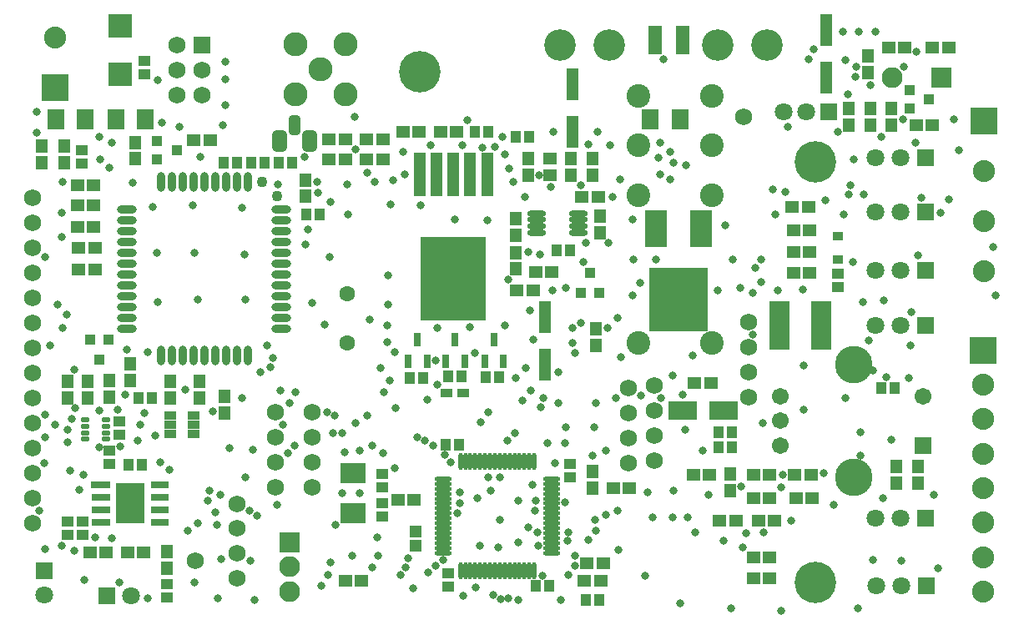
<source format=gts>
G04 Layer_Color=20142*
%FSLAX25Y25*%
%MOIN*%
G70*
G01*
G75*
%ADD87R,0.07000X0.03000*%
%ADD88O,0.03162X0.07887*%
%ADD89O,0.07887X0.03162*%
%ADD90R,0.25997X0.33477*%
%ADD91R,0.04737X0.17335*%
%ADD92O,0.06902X0.01784*%
%ADD93O,0.01784X0.06902*%
%ADD94R,0.03162X0.05524*%
%ADD95R,0.11706X0.16154*%
%ADD96R,0.04580X0.02769*%
%ADD97R,0.05721X0.11430*%
%ADD98R,0.05328X0.04934*%
%ADD99R,0.08280X0.19698*%
%ADD100R,0.06706X0.08280*%
%ADD101R,0.11233X0.07690*%
%ADD102R,0.10249X0.08280*%
%ADD103R,0.04068X0.03280*%
%ADD104O,0.07493X0.02572*%
G04:AMPARAMS|DCode=105|XSize=47.37mil|YSize=78.87mil|CornerRadius=13.84mil|HoleSize=0mil|Usage=FLASHONLY|Rotation=180.000|XOffset=0mil|YOffset=0mil|HoleType=Round|Shape=RoundedRectangle|*
%AMROUNDEDRECTD105*
21,1,0.04737,0.05118,0,0,180.0*
21,1,0.01969,0.07887,0,0,180.0*
1,1,0.02769,-0.00984,0.02559*
1,1,0.02769,0.00984,0.02559*
1,1,0.02769,0.00984,-0.02559*
1,1,0.02769,-0.00984,-0.02559*
%
%ADD105ROUNDEDRECTD105*%
G04:AMPARAMS|DCode=106|XSize=59.18mil|YSize=86.74mil|CornerRadius=16.8mil|HoleSize=0mil|Usage=FLASHONLY|Rotation=180.000|XOffset=0mil|YOffset=0mil|HoleType=Round|Shape=RoundedRectangle|*
%AMROUNDEDRECTD106*
21,1,0.05918,0.05315,0,0,180.0*
21,1,0.02559,0.08674,0,0,180.0*
1,1,0.03359,-0.01280,0.02658*
1,1,0.03359,0.01280,0.02658*
1,1,0.03359,0.01280,-0.02658*
1,1,0.03359,-0.01280,-0.02658*
%
%ADD106ROUNDEDRECTD106*%
%ADD107R,0.09698X0.09304*%
%ADD108R,0.03950X0.04343*%
%ADD109R,0.04800X0.12500*%
%ADD110C,0.06800*%
%ADD111R,0.04540X0.03556*%
%ADD112R,0.05131X0.03359*%
G04:AMPARAMS|DCode=113|XSize=21.78mil|YSize=31.62mil|CornerRadius=7.45mil|HoleSize=0mil|Usage=FLASHONLY|Rotation=90.000|XOffset=0mil|YOffset=0mil|HoleType=Round|Shape=RoundedRectangle|*
%AMROUNDEDRECTD113*
21,1,0.02178,0.01673,0,0,90.0*
21,1,0.00689,0.03162,0,0,90.0*
1,1,0.01489,0.00837,0.00345*
1,1,0.01489,0.00837,-0.00345*
1,1,0.01489,-0.00837,-0.00345*
1,1,0.01489,-0.00837,0.00345*
%
%ADD113ROUNDEDRECTD113*%
%ADD114R,0.23635X0.25210*%
%ADD115R,0.08674X0.14973*%
%ADD116R,0.06902X0.08280*%
%ADD117R,0.04540X0.04147*%
%ADD118R,0.04934X0.04540*%
%ADD119R,0.04934X0.05328*%
%ADD120R,0.04147X0.04540*%
%ADD121R,0.04343X0.03950*%
%ADD122C,0.08800*%
%ADD123R,0.10642X0.10642*%
%ADD124C,0.12611*%
%ADD125R,0.08300X0.08300*%
%ADD126C,0.08300*%
%ADD127R,0.08300X0.08300*%
%ADD128C,0.09658*%
%ADD129C,0.09461*%
%ADD130R,0.07099X0.07099*%
%ADD131C,0.07099*%
%ADD132C,0.06312*%
%ADD133R,0.06800X0.06800*%
%ADD134C,0.14973*%
%ADD135C,0.06706*%
%ADD136R,0.06706X0.06706*%
%ADD137R,0.07099X0.07099*%
%ADD138C,0.16548*%
%ADD139C,0.03162*%
%ADD140C,0.04343*%
D87*
X1744500Y956500D02*
D03*
Y951500D02*
D03*
Y946500D02*
D03*
X1744000Y961500D02*
D03*
X1768500D02*
D03*
Y956500D02*
D03*
Y951500D02*
D03*
Y946500D02*
D03*
D88*
X1772913Y1082327D02*
D03*
X1777244D02*
D03*
X1781575D02*
D03*
X1785905D02*
D03*
X1790236D02*
D03*
X1794567D02*
D03*
X1798898D02*
D03*
X1803228D02*
D03*
Y1013035D02*
D03*
X1798898D02*
D03*
X1794567D02*
D03*
X1790236D02*
D03*
X1785905D02*
D03*
X1781575D02*
D03*
X1777244D02*
D03*
X1772913D02*
D03*
X1768583D02*
D03*
Y1082327D02*
D03*
D89*
X1816811Y1071500D02*
D03*
Y1067169D02*
D03*
Y1062839D02*
D03*
Y1058508D02*
D03*
Y1054177D02*
D03*
Y1049846D02*
D03*
Y1045516D02*
D03*
Y1041185D02*
D03*
Y1036854D02*
D03*
Y1032524D02*
D03*
Y1028193D02*
D03*
Y1023862D02*
D03*
X1755000D02*
D03*
Y1028193D02*
D03*
Y1032524D02*
D03*
Y1036854D02*
D03*
Y1041185D02*
D03*
Y1045516D02*
D03*
Y1049846D02*
D03*
Y1054177D02*
D03*
Y1058508D02*
D03*
Y1062839D02*
D03*
Y1067169D02*
D03*
Y1071500D02*
D03*
D90*
X1885500Y1043768D02*
D03*
D91*
X1872114Y1085303D02*
D03*
X1878807D02*
D03*
X1885500D02*
D03*
X1892193D02*
D03*
X1898886D02*
D03*
D92*
X1881248Y963764D02*
D03*
Y961795D02*
D03*
Y959827D02*
D03*
Y957858D02*
D03*
Y955890D02*
D03*
Y953921D02*
D03*
Y951953D02*
D03*
Y949984D02*
D03*
Y948016D02*
D03*
Y946047D02*
D03*
Y944079D02*
D03*
Y942110D02*
D03*
Y940142D02*
D03*
Y938173D02*
D03*
Y936205D02*
D03*
Y934236D02*
D03*
X1924752D02*
D03*
Y936205D02*
D03*
Y938173D02*
D03*
Y940142D02*
D03*
Y942110D02*
D03*
Y944079D02*
D03*
Y946047D02*
D03*
Y948016D02*
D03*
Y949984D02*
D03*
Y951953D02*
D03*
Y953921D02*
D03*
Y955890D02*
D03*
Y957858D02*
D03*
Y959827D02*
D03*
Y961795D02*
D03*
Y963764D02*
D03*
D93*
X1888236Y927248D02*
D03*
X1890205D02*
D03*
X1892173D02*
D03*
X1894142D02*
D03*
X1896110D02*
D03*
X1898079D02*
D03*
X1900047D02*
D03*
X1902016D02*
D03*
X1903984D02*
D03*
X1905953D02*
D03*
X1907921D02*
D03*
X1909890D02*
D03*
X1911858D02*
D03*
X1913827D02*
D03*
X1915795D02*
D03*
X1917764D02*
D03*
Y970752D02*
D03*
X1915795D02*
D03*
X1913827D02*
D03*
X1911858D02*
D03*
X1909890D02*
D03*
X1907921D02*
D03*
X1905953D02*
D03*
X1903984D02*
D03*
X1902016D02*
D03*
X1900047D02*
D03*
X1898079D02*
D03*
X1896110D02*
D03*
X1894142D02*
D03*
X1892173D02*
D03*
X1890205D02*
D03*
X1888236D02*
D03*
D94*
X1882386Y1010843D02*
D03*
X1889866D02*
D03*
X1886126Y1019505D02*
D03*
X1901626D02*
D03*
X1905366Y1010843D02*
D03*
X1897886D02*
D03*
X1867386D02*
D03*
X1874866D02*
D03*
X1871126Y1019505D02*
D03*
D95*
X1756500Y954000D02*
D03*
D96*
X1767031Y946500D02*
D03*
Y951500D02*
D03*
Y956500D02*
D03*
Y961500D02*
D03*
X1745968Y946500D02*
D03*
Y951500D02*
D03*
Y956500D02*
D03*
Y961500D02*
D03*
D97*
X1977110Y1139000D02*
D03*
X1965890D02*
D03*
D98*
X1924000Y1085252D02*
D03*
Y1091748D02*
D03*
X2027748Y1046000D02*
D03*
X2021252D02*
D03*
X1863252Y955500D02*
D03*
X1869748D02*
D03*
X1871748Y1102500D02*
D03*
X1865252D02*
D03*
X1949252Y960000D02*
D03*
X1955748D02*
D03*
X1857248Y1099500D02*
D03*
X1850752D02*
D03*
X1857248Y1091500D02*
D03*
X1850752D02*
D03*
X1924748Y1046500D02*
D03*
X1918252D02*
D03*
X1944248Y923000D02*
D03*
X1937752D02*
D03*
X1880252Y1102500D02*
D03*
X1886748D02*
D03*
X1835752Y1091500D02*
D03*
X1842248D02*
D03*
X1835752Y1099500D02*
D03*
X1842248D02*
D03*
X2059252Y1136000D02*
D03*
X2065748D02*
D03*
X2027748Y1063000D02*
D03*
X2021252D02*
D03*
X1987748Y965500D02*
D03*
X1981252D02*
D03*
X1742248Y1047500D02*
D03*
X1735752D02*
D03*
X2011748Y956000D02*
D03*
X2005252D02*
D03*
X1742248Y1056000D02*
D03*
X1735752D02*
D03*
X1735252Y1064500D02*
D03*
X1741748D02*
D03*
X1735252Y1073000D02*
D03*
X1741748D02*
D03*
X2027248Y1072500D02*
D03*
X2020752D02*
D03*
X1991752Y947000D02*
D03*
X1998248D02*
D03*
X2028248Y965500D02*
D03*
X2021752D02*
D03*
X2011748Y924000D02*
D03*
X2005252D02*
D03*
X2011748Y965500D02*
D03*
X2005252D02*
D03*
X1746748Y934500D02*
D03*
X1740252D02*
D03*
X1755252D02*
D03*
X1761748D02*
D03*
X1848748Y923000D02*
D03*
X1842252D02*
D03*
X1945248Y930000D02*
D03*
X1938752D02*
D03*
X1936752Y1076500D02*
D03*
X1943248D02*
D03*
X2076752Y1136000D02*
D03*
X2083248D02*
D03*
X1788248Y1099000D02*
D03*
X1781752D02*
D03*
X1735252Y1081000D02*
D03*
X1741748D02*
D03*
X2076748Y1105000D02*
D03*
X2070252D02*
D03*
X2007252Y947000D02*
D03*
X2013748D02*
D03*
X2005252Y932500D02*
D03*
X2011748D02*
D03*
X2027748Y1054500D02*
D03*
X2021252D02*
D03*
X2022252Y956000D02*
D03*
X2028748D02*
D03*
X1917248Y1039000D02*
D03*
X1910752D02*
D03*
X1988248Y1002000D02*
D03*
X1981752D02*
D03*
D99*
X2015634Y1025000D02*
D03*
X2032366D02*
D03*
D100*
X1964095Y1107500D02*
D03*
X1975905D02*
D03*
D101*
X1976909Y991248D02*
D03*
X1993248D02*
D03*
D102*
X1845500Y966071D02*
D03*
Y949929D02*
D03*
D103*
X2039000Y1051276D02*
D03*
Y1060724D02*
D03*
D104*
X1918732Y1069839D02*
D03*
Y1067280D02*
D03*
Y1064721D02*
D03*
Y1062161D02*
D03*
X1935268Y1069839D02*
D03*
Y1067280D02*
D03*
Y1064721D02*
D03*
Y1062161D02*
D03*
D105*
X1822082Y1105020D02*
D03*
D106*
X1816177Y1098918D02*
D03*
X1827988D02*
D03*
D107*
X1752500Y1125354D02*
D03*
Y1144646D02*
D03*
D108*
X1936260Y1038063D02*
D03*
X1943740D02*
D03*
X1940000Y1045937D02*
D03*
X1747740Y1019437D02*
D03*
X1740260D02*
D03*
X1744000Y1011563D02*
D03*
D109*
X1933000Y1121474D02*
D03*
Y1102526D02*
D03*
X1922000Y1028474D02*
D03*
Y1009526D02*
D03*
X2034500Y1124026D02*
D03*
Y1142974D02*
D03*
D110*
X1782500Y931000D02*
D03*
X2001500Y1108500D02*
D03*
X1829000Y990500D02*
D03*
Y960500D02*
D03*
Y980500D02*
D03*
Y970500D02*
D03*
X1775000Y1117000D02*
D03*
X1785000D02*
D03*
X1775000Y1127000D02*
D03*
X1785000D02*
D03*
X1775000Y1137000D02*
D03*
X1965532Y981209D02*
D03*
Y1001209D02*
D03*
Y971209D02*
D03*
X1717500Y1076209D02*
D03*
Y1066209D02*
D03*
Y1056209D02*
D03*
Y1046209D02*
D03*
Y1036209D02*
D03*
Y946209D02*
D03*
Y956209D02*
D03*
Y966209D02*
D03*
Y976209D02*
D03*
Y986209D02*
D03*
Y996209D02*
D03*
Y1006209D02*
D03*
Y1016209D02*
D03*
Y1026209D02*
D03*
X1965532Y991209D02*
D03*
X2003398Y996433D02*
D03*
Y1026433D02*
D03*
Y1006433D02*
D03*
Y1016433D02*
D03*
X1799000Y924236D02*
D03*
Y934079D02*
D03*
Y943921D02*
D03*
Y953764D02*
D03*
X1955500Y1000000D02*
D03*
Y970000D02*
D03*
Y990000D02*
D03*
Y980000D02*
D03*
X1814500Y990500D02*
D03*
Y960500D02*
D03*
Y980500D02*
D03*
Y970500D02*
D03*
D111*
X1882752Y998000D02*
D03*
X1889248D02*
D03*
D112*
X1781724Y989240D02*
D03*
Y985500D02*
D03*
Y981760D02*
D03*
X1772276D02*
D03*
Y985500D02*
D03*
Y989240D02*
D03*
D113*
X1738268Y987339D02*
D03*
Y979661D02*
D03*
X1746732D02*
D03*
Y987339D02*
D03*
Y982220D02*
D03*
Y984779D02*
D03*
X1738268D02*
D03*
Y982220D02*
D03*
D114*
X1975500Y1035476D02*
D03*
D115*
X1966484Y1063823D02*
D03*
X1984516D02*
D03*
D116*
X1738307Y1107500D02*
D03*
X1726693D02*
D03*
X1750693D02*
D03*
X1762307D02*
D03*
D117*
X2039000Y1040343D02*
D03*
Y1045658D02*
D03*
X1731500Y941343D02*
D03*
Y946657D02*
D03*
X1737500Y941343D02*
D03*
Y946657D02*
D03*
X1737000Y1089843D02*
D03*
Y1095158D02*
D03*
X1762000Y1125342D02*
D03*
Y1130657D02*
D03*
X1857000Y954158D02*
D03*
Y948843D02*
D03*
X1883500Y926157D02*
D03*
Y920842D02*
D03*
X1932000Y964342D02*
D03*
Y969658D02*
D03*
X1857000Y965658D02*
D03*
Y960343D02*
D03*
X1748000Y975158D02*
D03*
Y969843D02*
D03*
X1752000Y986658D02*
D03*
Y981343D02*
D03*
X1771000Y921657D02*
D03*
Y916343D02*
D03*
D118*
X1870500Y942854D02*
D03*
Y937146D02*
D03*
D119*
X1739500Y1002748D02*
D03*
Y996252D02*
D03*
X1932500Y1091748D02*
D03*
Y1085252D02*
D03*
X1756500Y1003252D02*
D03*
Y1009748D02*
D03*
X1748000Y996500D02*
D03*
Y1002996D02*
D03*
X1941000Y960252D02*
D03*
Y966748D02*
D03*
X1915500Y1091748D02*
D03*
Y1085252D02*
D03*
X1730000Y1090252D02*
D03*
Y1096748D02*
D03*
X2060500Y1105252D02*
D03*
Y1111748D02*
D03*
X2062500Y968748D02*
D03*
Y962252D02*
D03*
X1942500Y1017252D02*
D03*
Y1023748D02*
D03*
X1758500Y1091752D02*
D03*
Y1098248D02*
D03*
X1826500Y1076752D02*
D03*
Y1083248D02*
D03*
X1772500Y1002748D02*
D03*
Y996252D02*
D03*
X1784000Y1002748D02*
D03*
Y996252D02*
D03*
X1794000Y996748D02*
D03*
Y990252D02*
D03*
X2043500Y1105252D02*
D03*
Y1111748D02*
D03*
X2051000Y1126252D02*
D03*
Y1132748D02*
D03*
X2052000Y1105252D02*
D03*
Y1111748D02*
D03*
X1996000Y965748D02*
D03*
Y959252D02*
D03*
X1721000Y1096748D02*
D03*
Y1090252D02*
D03*
X1944000Y1068748D02*
D03*
Y1062252D02*
D03*
X1910500Y1061252D02*
D03*
Y1067748D02*
D03*
X1941000Y1091748D02*
D03*
Y1085252D02*
D03*
X1910500Y1047752D02*
D03*
Y1054248D02*
D03*
X1731500Y1002748D02*
D03*
Y996252D02*
D03*
X2071000Y962252D02*
D03*
Y968748D02*
D03*
X1771000Y934748D02*
D03*
Y928252D02*
D03*
D120*
X1943657Y915500D02*
D03*
X1938342D02*
D03*
X1832158Y1069500D02*
D03*
X1826842D02*
D03*
X1759842Y996000D02*
D03*
X1765158D02*
D03*
X1755843Y969500D02*
D03*
X1761157D02*
D03*
X1815842Y1090000D02*
D03*
X1821157D02*
D03*
X1793843D02*
D03*
X1799158D02*
D03*
X2056343Y1000000D02*
D03*
X2061658D02*
D03*
X1810158Y1090000D02*
D03*
X1804843D02*
D03*
X1903658Y1004300D02*
D03*
X1898343D02*
D03*
X1883468Y1004674D02*
D03*
X1888783D02*
D03*
X1867969Y1004174D02*
D03*
X1873284D02*
D03*
X1910342Y1100500D02*
D03*
X1915657D02*
D03*
X1926842Y1055000D02*
D03*
X1932158D02*
D03*
X1899500Y1102500D02*
D03*
X1894185D02*
D03*
X1996658Y976500D02*
D03*
X1991343D02*
D03*
X1996658Y982500D02*
D03*
X1991343D02*
D03*
X1918343Y921000D02*
D03*
X1923657D02*
D03*
X1887658Y977500D02*
D03*
X1882343D02*
D03*
D121*
X2075437Y1115500D02*
D03*
X2067563Y1111760D02*
D03*
Y1119240D02*
D03*
X1774937Y1095000D02*
D03*
X1767063Y1091260D02*
D03*
Y1098740D02*
D03*
D122*
X2097000Y973890D02*
D03*
Y987669D02*
D03*
Y1001449D02*
D03*
Y960110D02*
D03*
Y946331D02*
D03*
Y932551D02*
D03*
Y918772D02*
D03*
X2097500Y1046791D02*
D03*
Y1066791D02*
D03*
Y1086791D02*
D03*
X1726500Y1140000D02*
D03*
D123*
X2097000Y1015228D02*
D03*
X2097500Y1106791D02*
D03*
X1726500Y1120000D02*
D03*
D124*
X2010839Y1137000D02*
D03*
X1991154D02*
D03*
X1947846D02*
D03*
X1928161D02*
D03*
D125*
X1820000Y938500D02*
D03*
D126*
Y918815D02*
D03*
Y928658D02*
D03*
X2060658Y1124000D02*
D03*
D127*
X2080342D02*
D03*
D128*
X1832500Y1127500D02*
D03*
X1822500Y1137500D02*
D03*
Y1117500D02*
D03*
X1842500Y1137500D02*
D03*
Y1117500D02*
D03*
D129*
X1959236Y1018091D02*
D03*
X1988764D02*
D03*
Y1077146D02*
D03*
X1959236D02*
D03*
X1988764Y1097028D02*
D03*
X1959236D02*
D03*
X1988764Y1116909D02*
D03*
X1959236D02*
D03*
D130*
X1722071Y927110D02*
D03*
X2074000Y1092000D02*
D03*
X2035496Y1110500D02*
D03*
X2074500Y921000D02*
D03*
X2074000Y948000D02*
D03*
Y1025000D02*
D03*
Y1070500D02*
D03*
Y1047000D02*
D03*
D131*
X1722071Y917268D02*
D03*
X2054000Y1092000D02*
D03*
X2064000D02*
D03*
X2017465Y1110500D02*
D03*
X2026480D02*
D03*
X1756732Y917071D02*
D03*
X2054500Y921000D02*
D03*
X2064500D02*
D03*
X2054000Y948000D02*
D03*
X2064000D02*
D03*
X2054000Y1025000D02*
D03*
X2064000D02*
D03*
X2054000Y1070500D02*
D03*
X2064000D02*
D03*
X2054000Y1047000D02*
D03*
X2064000D02*
D03*
D132*
X1843000Y1037842D02*
D03*
Y1018157D02*
D03*
D133*
X1785000Y1137000D02*
D03*
D134*
X2045500Y1009441D02*
D03*
Y964559D02*
D03*
D135*
X2015973Y996842D02*
D03*
Y987000D02*
D03*
Y977157D02*
D03*
X2073059Y996842D02*
D03*
D136*
Y977157D02*
D03*
D137*
X1746890Y917071D02*
D03*
D138*
X1872000Y1126500D02*
D03*
X2030000Y922500D02*
D03*
Y1090500D02*
D03*
D139*
X1853000Y977000D02*
D03*
X1896000Y937000D02*
D03*
X1903500Y936500D02*
D03*
X1838000Y989000D02*
D03*
X1841000Y982000D02*
D03*
X1837500D02*
D03*
X1875500Y926500D02*
D03*
X1867500Y932000D02*
D03*
X1878500Y929000D02*
D03*
X1881500Y931500D02*
D03*
X1871000Y980500D02*
D03*
X1896500Y986500D02*
D03*
X1899494Y990485D02*
D03*
X1869500Y920000D02*
D03*
X1866500Y928500D02*
D03*
X1804000Y951000D02*
D03*
X1851000Y989000D02*
D03*
X1807000Y949000D02*
D03*
X1817500Y985500D02*
D03*
X1875076Y995500D02*
D03*
X1942500Y994000D02*
D03*
X2025500Y991500D02*
D03*
Y1009000D02*
D03*
X1835500Y925445D02*
D03*
X1815500Y1081500D02*
D03*
X1793500Y1105000D02*
D03*
X1776000Y1104500D02*
D03*
X1947000Y1024000D02*
D03*
X1951000Y1028000D02*
D03*
X1754500Y997500D02*
D03*
X2034000Y1075000D02*
D03*
X2041500Y1069500D02*
D03*
X2039000Y1102500D02*
D03*
X1927500Y994000D02*
D03*
X1920500Y992500D02*
D03*
X1913000Y995000D02*
D03*
X1897000Y1096000D02*
D03*
X1902000Y1096500D02*
D03*
X1905000Y1100500D02*
D03*
X1925500Y1102500D02*
D03*
X1939500Y1097500D02*
D03*
X1891000Y1107000D02*
D03*
X1724500Y1017000D02*
D03*
X1722500Y989500D02*
D03*
X2005000Y1021500D02*
D03*
X2042000Y996000D02*
D03*
X2058500Y1004500D02*
D03*
X2033500Y966000D02*
D03*
X1973000Y1005000D02*
D03*
X1977000Y997500D02*
D03*
X1927500Y1006500D02*
D03*
X1942500Y943000D02*
D03*
X1722500Y1052500D02*
D03*
X1726500Y985500D02*
D03*
X1722500Y980500D02*
D03*
X1889500Y917000D02*
D03*
X1934000Y1014000D02*
D03*
X1957000Y1037000D02*
D03*
X1936500Y1026000D02*
D03*
X1916000Y1031000D02*
D03*
X1937500Y1050500D02*
D03*
X1925000Y1039000D02*
D03*
X1915500Y1054500D02*
D03*
X1920000Y1053500D02*
D03*
X1720000Y951000D02*
D03*
X1722250Y935750D02*
D03*
X1815000Y953500D02*
D03*
X1836500Y930500D02*
D03*
X1832750Y921250D02*
D03*
X1957000Y1067500D02*
D03*
X1933000Y1018000D02*
D03*
X1931223Y942266D02*
D03*
X1931000Y939000D02*
D03*
X1919500Y937000D02*
D03*
X1919000Y942500D02*
D03*
X1731500Y978500D02*
D03*
X1894500Y920500D02*
D03*
X1792500Y957500D02*
D03*
X1752359Y976859D02*
D03*
X1939500Y939500D02*
D03*
X1978500Y1089000D02*
D03*
X1948000Y1097000D02*
D03*
X2006000Y1048000D02*
D03*
X1997000Y1051500D02*
D03*
X1957500D02*
D03*
X1994000Y1065000D02*
D03*
X1734000Y1007500D02*
D03*
X1969500Y1131500D02*
D03*
X1882000Y973500D02*
D03*
X1966500Y1051500D02*
D03*
X1960000Y1042000D02*
D03*
X1887000Y950007D02*
D03*
X1888000Y954000D02*
D03*
X1860000Y1003000D02*
D03*
X1950500Y996000D02*
D03*
X1968500D02*
D03*
X2009000Y986000D02*
D03*
X2046000Y1124500D02*
D03*
X1811000Y1017000D02*
D03*
X1763500Y1014500D02*
D03*
X1755000Y1015500D02*
D03*
X1982000Y942500D02*
D03*
X2017000Y965500D02*
D03*
X1934000Y933000D02*
D03*
X1859000Y1018500D02*
D03*
X1862000Y1014500D02*
D03*
X1907000Y979000D02*
D03*
X1884500Y970500D02*
D03*
X1910000Y982000D02*
D03*
X1857576Y998500D02*
D03*
X1783500Y946000D02*
D03*
X1784500Y1092500D02*
D03*
X1787500Y955000D02*
D03*
X1734000Y935000D02*
D03*
X1743965Y976500D02*
D03*
X1789248Y990752D02*
D03*
X1778500Y999500D02*
D03*
X1801000Y996000D02*
D03*
X1768500Y970500D02*
D03*
X1729000Y1060500D02*
D03*
Y1070252D02*
D03*
X1729500Y1082500D02*
D03*
X1748000Y1088000D02*
D03*
X1744500Y1091500D02*
D03*
X1734500Y992000D02*
D03*
X1733000Y987740D02*
D03*
X1926000Y970000D02*
D03*
X1910500Y1004000D02*
D03*
X1727500Y1033500D02*
D03*
X1846500Y986000D02*
D03*
X1918500Y955000D02*
D03*
X1729500Y1024000D02*
D03*
X1918000Y951000D02*
D03*
X1888000Y958500D02*
D03*
X1864500Y925500D02*
D03*
X1846500Y1095500D02*
D03*
X1851000Y1086000D02*
D03*
X1843000Y1081500D02*
D03*
X1866000Y1085500D02*
D03*
X1861500Y1083000D02*
D03*
X1852000Y1027500D02*
D03*
X1879000Y1001500D02*
D03*
X1816500Y999000D02*
D03*
X1796000Y976000D02*
D03*
X1802500Y964500D02*
D03*
X1952000Y1083500D02*
D03*
X1985000Y975000D02*
D03*
X1993500Y939000D02*
D03*
X1996500Y912000D02*
D03*
X1976000Y914000D02*
D03*
X1766500Y981000D02*
D03*
X1838500Y945500D02*
D03*
X1841000Y958000D02*
D03*
X1848000D02*
D03*
X1842000Y974500D02*
D03*
X1848000Y975000D02*
D03*
X1857500Y974000D02*
D03*
X1862000Y968000D02*
D03*
X1855000Y940500D02*
D03*
X1806000Y915500D02*
D03*
X2020500Y947000D02*
D03*
X2002500Y942000D02*
D03*
X1752000Y922500D02*
D03*
X1738000Y923500D02*
D03*
X1763500Y916000D02*
D03*
X1782000Y922500D02*
D03*
X1779500Y943000D02*
D03*
X1722000Y970000D02*
D03*
X1732500Y967000D02*
D03*
X1772000Y967500D02*
D03*
X1762000Y990000D02*
D03*
X1895000Y956000D02*
D03*
X1900500Y959000D02*
D03*
X1904000Y947500D02*
D03*
X1911500Y955000D02*
D03*
X1917000Y961500D02*
D03*
X1923000Y978000D02*
D03*
X1930000D02*
D03*
X1930500Y984500D02*
D03*
X1916500Y999000D02*
D03*
X1921500Y996000D02*
D03*
X1981000Y1013000D02*
D03*
X1991000Y1039000D02*
D03*
X2049000Y1034500D02*
D03*
X2102000Y1037000D02*
D03*
X2068500Y1030500D02*
D03*
X2068000Y1017000D02*
D03*
X2045500Y1091500D02*
D03*
X2052000Y1121000D02*
D03*
X2065500Y1128500D02*
D03*
X2042000Y1131000D02*
D03*
X2043000Y1117500D02*
D03*
X2085500Y1107500D02*
D03*
X2057500Y1035000D02*
D03*
X2045000Y1050500D02*
D03*
X2071000Y1053000D02*
D03*
X2067500Y1004000D02*
D03*
X2060500Y979500D02*
D03*
X2048000Y982500D02*
D03*
Y973000D02*
D03*
X2057000Y956000D02*
D03*
X2077500Y957500D02*
D03*
X2079000Y928000D02*
D03*
X2064500Y931000D02*
D03*
X2053000Y931500D02*
D03*
X2016500Y911000D02*
D03*
X1767500Y1034500D02*
D03*
X1783500Y1035500D02*
D03*
X1802500D02*
D03*
X1767000Y1054000D02*
D03*
X1782000D02*
D03*
X1802000Y1053500D02*
D03*
X1765500Y1072500D02*
D03*
X1781500Y1073000D02*
D03*
X1801000Y1072000D02*
D03*
X1836000Y1052500D02*
D03*
X1843500Y1069500D02*
D03*
X1834000Y1025500D02*
D03*
X1829000Y1034000D02*
D03*
X1859000Y1025000D02*
D03*
X1906000D02*
D03*
X1907500Y1043500D02*
D03*
X1917500Y1019500D02*
D03*
X1914500Y1008000D02*
D03*
X1894000Y1014000D02*
D03*
X1892000Y1024500D02*
D03*
X1878500Y1011000D02*
D03*
X1856500Y1008000D02*
D03*
X1859500Y1045000D02*
D03*
X1872500Y1073000D02*
D03*
X1886000Y1067500D02*
D03*
X1899000Y1067000D02*
D03*
X1909500Y1082500D02*
D03*
X1924500Y1080500D02*
D03*
X1952500Y1012500D02*
D03*
X1933000Y1024000D02*
D03*
X2101000Y1056500D02*
D03*
X2047000Y912000D02*
D03*
X2016500Y960500D02*
D03*
X1915500Y944500D02*
D03*
X1931500Y925500D02*
D03*
X1911500Y938500D02*
D03*
X1978000Y983500D02*
D03*
X1826000Y1092500D02*
D03*
X1845000Y933000D02*
D03*
X1805500Y975500D02*
D03*
X1946500Y975000D02*
D03*
X1835000Y990500D02*
D03*
X1820000Y994000D02*
D03*
X2013000Y1079500D02*
D03*
X1865500Y1094500D02*
D03*
X1876500Y1097000D02*
D03*
X1889000D02*
D03*
X1965000Y948500D02*
D03*
X1749000Y1098000D02*
D03*
X1769000Y1106000D02*
D03*
X1767500Y1123000D02*
D03*
X1719000Y1102000D02*
D03*
X1794500Y1113000D02*
D03*
Y1123500D02*
D03*
Y1130500D02*
D03*
X1836500Y1074500D02*
D03*
X1719000Y1110500D02*
D03*
X1744000Y1100500D02*
D03*
X1757500Y1082000D02*
D03*
X2009500Y942500D02*
D03*
X1973000Y948500D02*
D03*
X1979000D02*
D03*
X1973500Y959000D02*
D03*
X1831500Y1078000D02*
D03*
X1831000Y1082500D02*
D03*
X1846000Y1108500D02*
D03*
X1826500Y1057500D02*
D03*
X1827500Y1063500D02*
D03*
X1860500Y1073500D02*
D03*
X2087500Y1095000D02*
D03*
X2046500Y1128500D02*
D03*
X2043500Y1077500D02*
D03*
X2044000Y1081000D02*
D03*
X2056500Y1100500D02*
D03*
X2000394Y960854D02*
D03*
X2037500Y953500D02*
D03*
X2072500Y1076000D02*
D03*
X2049500Y1077500D02*
D03*
X2080000Y1070000D02*
D03*
X2083500Y1075500D02*
D03*
X2070000Y1098000D02*
D03*
X1943000Y1102500D02*
D03*
X1859500Y1033500D02*
D03*
X1879000Y1024000D02*
D03*
X1921000Y925000D02*
D03*
X1928500Y915500D02*
D03*
X1962000Y925000D02*
D03*
X1951500Y935500D02*
D03*
X1736000Y959500D02*
D03*
X1791000Y945500D02*
D03*
X1729000Y937000D02*
D03*
X1901500Y917516D02*
D03*
X1907500Y916000D02*
D03*
X1904350Y915800D02*
D03*
X1804500Y931000D02*
D03*
X1791500Y916000D02*
D03*
X1934000Y929000D02*
D03*
X1853000Y928500D02*
D03*
X1742500Y940500D02*
D03*
X1855500Y933000D02*
D03*
X2053000Y1007000D02*
D03*
X2051500Y1019000D02*
D03*
X1822500Y998500D02*
D03*
X1819500Y974000D02*
D03*
X1822000Y977000D02*
D03*
X1906000Y1093500D02*
D03*
X1938248Y1058000D02*
D03*
X1949000Y1076500D02*
D03*
X1919750Y1085252D02*
D03*
X1947500Y1058000D02*
D03*
X1936500Y1081000D02*
D03*
X1808500Y1006500D02*
D03*
X1812500Y1008500D02*
D03*
X1813500Y1012000D02*
D03*
X1862500Y992000D02*
D03*
X1904040Y964263D02*
D03*
X1899500Y964500D02*
D03*
X1968000Y1098000D02*
D03*
X1967500Y1092000D02*
D03*
X1973500Y1090000D02*
D03*
X1972000Y1094500D02*
D03*
X1968000Y1085500D02*
D03*
X1972000Y1083500D02*
D03*
X2019000Y1104500D02*
D03*
X1963000Y958500D02*
D03*
X1877284Y977004D02*
D03*
X1874000Y979000D02*
D03*
X2001000Y936500D02*
D03*
X1941000Y973000D02*
D03*
X1941755Y984500D02*
D03*
X1930500Y1040000D02*
D03*
X1960500Y997000D02*
D03*
X2014000Y1069500D02*
D03*
X1854000Y1082500D02*
D03*
X2070500Y1134500D02*
D03*
X2065000Y1107500D02*
D03*
X1731000Y1029500D02*
D03*
X1930000Y954500D02*
D03*
X2054000Y1142500D02*
D03*
X2047500D02*
D03*
X2041000D02*
D03*
X2027500Y1131500D02*
D03*
X2029500Y1135500D02*
D03*
X1911500Y915500D02*
D03*
X1792581Y931919D02*
D03*
X1790500Y950500D02*
D03*
X1737810Y965427D02*
D03*
X1760500Y985514D02*
D03*
X1751500Y991500D02*
D03*
X1744000Y991000D02*
D03*
X1759500Y979000D02*
D03*
X1731500Y983500D02*
D03*
X2018000Y1078500D02*
D03*
X1987500Y957500D02*
D03*
X1942000Y947500D02*
D03*
X1951000Y951000D02*
D03*
X1946500Y949500D02*
D03*
X2000000Y1039993D02*
D03*
X1907768Y1087646D02*
D03*
X1788000Y958991D02*
D03*
X1914000Y1076500D02*
D03*
X2005000Y1038000D02*
D03*
X2008500Y1042500D02*
D03*
X2025000Y1039500D02*
D03*
X2015000Y1039000D02*
D03*
X1749000Y940000D02*
D03*
X2008500Y1051500D02*
D03*
D140*
X1809000Y1082500D02*
D03*
X1815000Y1076827D02*
D03*
M02*

</source>
